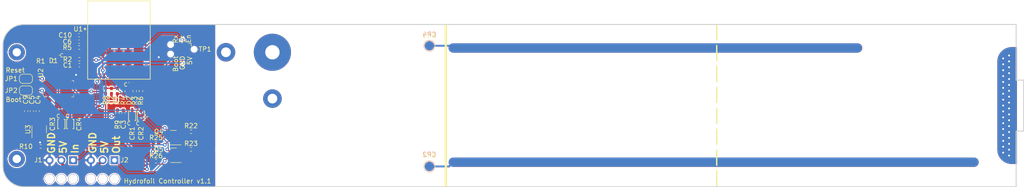
<source format=kicad_pcb>
(kicad_pcb (version 20221018) (generator pcbnew)
  (title_block (title "Hydrofoil Control") (rev "v1.1") (company "Tamás Nagy") (comment 1 "ADC removed, capacitance measurement added"))
  (layers (0 "F.Cu" signal) (31 "B.Cu" signal) (34 "B.Paste" user) (35 "F.Paste" user) (36 "B.SilkS" user "B.Silkscreen") (37 "F.SilkS" user "F.Silkscreen") (38 "B.Mask" user) (39 "F.Mask" user) (44 "Edge.Cuts" user))
  (net 0 "")
  (net 1 "AIN0")
  (net 2 "+5V")
  (net 3 "GND")
  (net 4 "AIN1")
  (net 5 "/+5V-Logic")
  (net 6 "+3.3V")
  (net 7 "Input-Reset")
  (net 8 "GNDA")
  (net 9 "+5V-Prog")
  (net 10 "Input-Boot")
  (net 11 "ESP-Boot")
  (net 12 "Net-(D1-A)")
  (net 13 "User-LED")
  (net 14 "Net-(D2-A)")
  (net 15 "Ready-LV")
  (net 16 "SDA-LV")
  (net 17 "SCL-LV")
  (net 18 "PWM-In-LV")
  (net 19 "PWM-In-HV")
  (net 20 "PWM-Out-LV")
  (net 21 "PWM-Out-HV")
  (net 22 "/+5V-Raw")
  (net 23 "Net-(JP1-A)")
  (net 24 "Net-(JP2-A)")
  (net 25 "ESP-Rx")
  (net 26 "ESP-Tx")
  (net 27 "ESP-En")
  (net 28 "Net-(C3-Pad1)")
  (net 29 "Net-(U1-IO2)")
  (net 30 "Net-(U3-ON)")
  (footprint "LED_SMD:LED_0402_1005Metric_Pad0.77x0.64mm_HandSolder" (layer "F.Cu") (at 65.973709 85.486279 -90)
    (fp_text reference "D2")
    (fp_text value "Red")
  )
  (footprint "Capacitor_SMD:C_0402_1005Metric_Pad0.74x0.62mm_HandSolder" (layer "F.Cu") (at 45.085 90.369127 90)
    (fp_text reference "C5")
    (fp_text value "10u")
  )
  (footprint "CUS08F30:USC_TOS" (layer "F.Cu") (at 51.435 93.159127 -90)
    (fp_text reference "CR3")
    (fp_text value "CUS08F30_H3F")
  )
  (footprint "Resistor_SMD:R_0402_1005Metric_Pad0.72x0.64mm_HandSolder" (layer "F.Cu") (at 79.3375 98.624127 180)
    (fp_text reference "R23")
    (fp_text value "10k")
  )
  (footprint "Package_TO_SOT_SMD:SOT-23" (layer "F.Cu") (at 75.535 96.084127 180)
    (fp_text reference "Q4")
    (fp_text value "BSS138")
  )
  (footprint "Resistor_SMD:R_0402_1005Metric_Pad0.72x0.64mm_HandSolder" (layer "F.Cu") (at 63.483408 86.031482 90)
    (fp_text reference "R7")
    (fp_text value "10k")
  )
  (footprint "Capacitor_SMD:C_0402_1005Metric_Pad0.74x0.62mm_HandSolder" (layer "F.Cu") (at 62.213408 86.031482 -90)
    (fp_text reference "C2")
    (fp_text value "1u")
  )
  (footprint "ESP32-C3-MINI-1-N4:ESP32-C3-MINI-1_EXP" (layer "F.Cu") (at 63.829999 75.034027)
    (fp_text reference "U1")
    (fp_text value "ESP32-C3-MINI-1-N4")
  )
  (footprint "Custom_Footprints:Solder_Connector" (layer "F.Cu") (at 60.325 100.965 180)
    (fp_text reference "J2" hide)
    (fp_text value "Conn_01x03_Pin" hide)
  )
  (footprint "Resistor_SMD:R_0402_1005Metric_Pad0.72x0.64mm_HandSolder" (layer "F.Cu") (at 71.7925 97.354127)
    (fp_text reference "R25")
    (fp_text value "10k")
  )
  (footprint "Resistor_SMD:R_0402_1005Metric_Pad0.72x0.64mm_HandSolder" (layer "F.Cu") (at 64.753408 86.068982 90)
    (fp_text reference "R4")
    (fp_text value "1k")
  )
  (footprint "Connector:Tag-Connect_TC2030-IDC-NL_2x03_P1.27mm_Vertical" (layer "F.Cu") (at 77.47 77.034127 180)
    (fp_text reference "TP1")
    (fp_text value "~")
  )
  (footprint "Resistor_SMD:R_0402_1005Metric_Pad0.72x0.64mm_HandSolder" (layer "F.Cu") (at 63.5 90.739127 -90)
    (fp_text reference "R9")
    (fp_text value "1k")
  )
  (footprint "Capacitor_SMD:C_0402_1005Metric_Pad0.74x0.62mm_HandSolder" (layer "F.Cu") (at 55.245 75.379127 180)
    (fp_text reference "C6")
    (fp_text value "10u")
  )
  (footprint "Capacitor_SMD:C_0402_1005Metric_Pad0.74x0.62mm_HandSolder" (layer "F.Cu") (at 46.355 90.369127 90)
    (fp_text reference "C4")
    (fp_text value "10u")
  )
  (footprint "Capacitor_SMD:C_0402_1005Metric_Pad0.74x0.62mm_HandSolder" (layer "F.Cu") (at 64.77 90.739127 -90)
    (fp_text reference "C3")
    (fp_text value "1u")
  )
  (footprint "Capacitor_SMD:C_0402_1005Metric_Pad0.74x0.62mm_HandSolder" (layer "F.Cu") (at 55.243749 73.986301 180)
    (fp_text reference "C10")
    (fp_text value "10u")
  )
  (footprint "Resistor_SMD:R_0402_1005Metric_Pad0.72x0.64mm_HandSolder" (layer "F.Cu") (at 67.212613 86.044692 90)
    (fp_text reference "R3")
    (fp_text value "10k")
  )
  (footprint "Package_TO_SOT_SMD:SOT-23" (layer "F.Cu") (at 75.565 99.894127 180)
    (fp_text reference "Q5")
    (fp_text value "BSS138")
  )
  (footprint "Resistor_SMD:R_0402_1005Metric_Pad0.72x0.64mm_HandSolder" (layer "F.Cu") (at 49.77 79.574127 180)
    (fp_text reference "R1")
    (fp_text value "1k")
  )
  (footprint "TestPoint:TestPoint_Pad_D2.0mm" (layer "F.Cu") (at 130.617262 76.260138 180)
    (fp_text reference "CP3")
    (fp_text value "Short Probe")
  )
  (footprint "digikey-footprints:SOT-223" (layer "F.Cu") (at 50.8 85.539127)
    (fp_text reference "U2")
    (fp_text value "LD1117S33CTR")
  )
  (footprint "Package_TO_SOT_SMD:SOT-23-6" (layer "F.Cu") (at 46.67 94.311627 90)
    (fp_text reference "U3")
    (fp_text value "TPS22917DBV")
  )
  (footprint "Jumper:SolderJumper-2_P1.3mm_Open_RoundedPad1.0x1.5mm" (layer "F.Cu") (at 43.815 83.384127 180)
    (fp_text reference "JP1")
    (fp_text value "Reset Settings")
  )
  (footprint "CUS08F30:USC_TOS" (layer "F.Cu") (at 53.34 93.159127 -90)
    (fp_text reference "CR4")
    (fp_text value "CUS08F30_H3F")
  )
  (footprint "Resistor_SMD:R_0402_1005Metric_Pad0.72x0.64mm_HandSolder" (layer "F.Cu") (at 60.943408 86.031482 -90)
    (fp_text reference "R8")
    (fp_text value "1k")
  )
  (footprint "Resistor_SMD:R_0402_1005Metric_Pad0.72x0.64mm_HandSolder" (layer "F.Cu") (at 79.3375 94.814127 180)
    (fp_text reference "R22")
    (fp_text value "10k")
  )
  (footprint "CUS08F30:USC_TOS" (layer "F.Cu") (at 68.58 91.374127 90)
    (fp_text reference "CR2")
    (fp_text value "CUS08F30_H3F")
  )
  (footprint "CUS08F30:USC_TOS" (layer "F.Cu") (at 66.675 91.374127 90)
    (fp_text reference "CR1")
    (fp_text value "CUS08F30_H3F")
  )
  (footprint "Resistor_SMD:R_0402_1005Metric_Pad0.72x0.64mm_HandSolder" (layer "F.Cu") (at 55.3125 79.189127)
    (fp_text reference "R2")
    (fp_text value "10k")
  )
  (footprint "Jumper:SolderJumper-2_P1.3mm_Open_RoundedPad1.0x1.5mm" (layer "F.Cu") (at 43.815 85.924127 180)
    (fp_text reference "JP2")
    (fp_text value "Boot")
  )
  (footprint "Resistor_SMD:R_0402_1005Metric_Pad0.72x0.64mm_HandSolder" (layer "F.Cu") (at 68.563408 86.031482 90)
    (fp_text reference "R6")
    (fp_text value "10k")
  )
  (footprint "Resistor_SMD:R_0402_1005Metric_Pad0.72x0.64mm_HandSolder" (layer "F.Cu") (at 46.99 97.989127 180)
    (fp_text reference "R10")
    (fp_text value "10k")
  )
  (footprint "Resistor_SMD:R_0402_1005Metric_Pad0.72x0.64mm_HandSolder" (layer "F.Cu") (at 55.2825 76.649127)
    (fp_text reference "R5")
    (fp_text value "10k")
  )
  (footprint "Resistor_SMD:R_0402_1005Metric_Pad0.72x0.64mm_HandSolder" (layer "F.Cu") (at 71.7925 101.164127)
    (fp_text reference "R26")
    (fp_text value "10k")
  )
  (footprint "TestPoint:TestPoint_Pad_D2.0mm" (layer "F.Cu") (at 130.617262 102.295138 180)
    (fp_text reference "CP1")
    (fp_text value "Long Probe")
  )
  (footprint "Capacitor_SMD:C_0402_1005Metric_Pad0.74x0.62mm_HandSolder" (layer "F.Cu") (at 43.865563 90.36792 90)
    (fp_text reference "C9")
    (fp_text value "10u")
  )
  (footprint "LED_SMD:LED_0402_1005Metric_Pad0.77x0.64mm_HandSolder" (layer "F.Cu") (at 49.7325 78.304127 180)
    (fp_text reference "D1")
    (fp_text value "Yellow")
  )
  (footprint "Custom_Footprints:Solder_Connector" (layer "F.Cu") (at 51.435 100.965 180)
    (fp_text reference "J1" hide)
    (fp_text value "Conn_01x03_Pin" hide)
  )
  (footprint "Capacitor_SMD:C_0402_1005Metric_Pad0.74x0.62mm_HandSolder" (layer "F.Cu") (at 55.3125 80.459127 180)
    (fp_text reference "C1")
    (fp_text value "1u")
  )
  (footprint "TestPoint:TestPoint_Pad_D2.0mm" (layer "B.Cu") (at 130.617262 76.260138)
    (fp_text reference "CP4")
    (fp_text value "Short Probe")
  )
  (footprint "TestPoint:TestPoint_Pad_D2.0mm" (layer "B.Cu") (at 130.617262 102.295138)
    (fp_text reference "CP2")
    (fp_text value "Long Probe")
  )
  (gr_poly (pts (arc (start 255.89936 76.667007) (mid 253.77804 77.545687) (end 252.89936 79.667007)) (arc (start 252.89936 98.667007) (mid 253.77804 100.788327) (end 255.89936 101.667007)) (xy 256.89936 101.667007) (xy 256.89936 76.667007)) (stroke (width 0.2)) (fill solid) (layer "F.Cu"))
  (gr_poly (pts (arc (start 255.89936 76.667007) (mid 253.77804 77.545687) (end 252.89936 79.667007)) (arc (start 252.89936 98.667007) (mid 253.77804 100.788327) (end 255.89936 101.667007)) (xy 256.89936 101.667007) (xy 256.89936 76.667007)) (stroke (width 0.2)) (fill solid) (layer "B.Cu"))
  (gr_line (start 192.423942 106.52895) (end 192.432715 71.790516) (stroke (width 0.3) (type dash)) (layer "F.SilkS"))
  (gr_line (start 134.149407 71.830892) (end 134.148989 106.497336) (stroke (width 0.5)) (layer "F.SilkS"))
  (gr_line (start 256.847349 71.68) (end 256.847349 83.68) (stroke (width 0.2)) (layer "Edge.Cuts"))
  (gr_line (start 38.847349 76.18) (end 38.847349 102.18) (stroke (width 0.2)) (layer "Edge.Cuts"))
  (gr_arc (start 43.347349 106.68) (mid 40.165346 105.361996) (end 38.847349 102.18) (stroke (width 0.2)) (layer "Edge.Cuts"))
  (gr_line (start 258.447349 94.68) (end 256.847349 94.68) (stroke (width 0.2)) (layer "Edge.Cuts"))
  (gr_arc (start 38.847349 76.18) (mid 40.165353 72.998003) (end 43.347349 71.68) (stroke (width 0.2)) (layer "Edge.Cuts"))
  (gr_line (start 258.447349 83.68) (end 258.447349 94.68) (stroke (width 0.2)) (layer "Edge.Cuts"))
  (gr_line (start 43.347349 106.68) (end 256.847349 106.68) (stroke (width 0.2)) (layer "Edge.Cuts"))
  (gr_line (start 256.847349 83.68) (end 258.447349 83.68) (stroke (width 0.2)) (layer "Edge.Cuts"))
  (gr_line (start 256.847349 71.68) (end 43.347349 71.68) (stroke (width 0.2)) (layer "Edge.Cuts"))
  (gr_line (start 256.847349 94.68) (end 256.847349 106.68) (stroke (width 0.2)) (layer "Edge.Cuts"))
  (gr_text "Out" (at 64.135 99.695 90) (layer "F.SilkS") (effects (font (size 1.5 1.5) (thickness 0.3) bold) (justify left bottom)))
  (gr_text "In" (at 55.245 99.695 90) (layer "F.SilkS") (effects (font (size 1.5 1.5) (thickness 0.3) bold) (justify left bottom)))
  (gr_text "Reset" (at 39.37 82.114127) (layer "F.SilkS") (effects (font (size 1 1)) (justify left bottom)))
  (gr_text "5V" (at 52.705 99.695 90) (layer "F.SilkS") (effects (font (size 1.5 1.5) (thickness 0.3) bold) (justify left bottom)))
  (gr_text "5V" (at 79.640585 80.488997 90) (layer "F.SilkS") (effects (font (size 1 1)) (justify left bottom)))
  (gr_text "C" (at 50.301648 91.917203) (layer "F.SilkS") (effects (font (size 0.8 0.8) (thickness 0.12)) (justify left bottom)))
  (gr_text "GND" (at 78.060578 81.583805 90) (layer "F.SilkS") (effects (font (size 1 1)) (justify left bottom)))
  (gr_text "Tx" (at 77.96105 75.724093 90) (layer "F.SilkS") (effects (font (size 1 1)) (justify left bottom)))
  (gr_text "Hydrofoil Controller v1.1" (at 64.77 106.045) (layer "F.SilkS") (effects (font (size 1 1)) (justify left bottom)))
  (gr_text "C" (at 64.794256 85.119188) (layer "F.SilkS") (effects (font (size 0.8 0.8) (thickness 0.12)) (justify left bottom)))
  (gr_text "5V" (at 61.595 99.695 90) (layer "F.SilkS") (effects (font (size 1.5 1.5) (thickness 0.3) bold) (justify left bottom)))
  (gr_text "J2" (at 64.051414 101.50175) (layer "F.SilkS") (effects (font (size 1 1)) (justify left bottom)))
  (gr_text "Boot" (at 76.60498 81.969476 90) (layer "F.SilkS") (effects (font (size 1 1)) (justify left bottom)))
  (gr_text "GND" (at 50.165 99.695 90) (layer "F.SilkS") (effects (font (size 1.5 1.5) (thickness 0.3) bold) (justify left bottom)))
  (gr_text "Boot" (at 39.37 88.464127) (layer "F.SilkS") (effects (font (size 1 1)) (justify left bottom)))
  (gr_text "Rx" (at 76.580098 75.823621 90) (layer "F.SilkS") (effects (font (size 1 1)) (justify left bottom)))
  (gr_text "En" (at 79.375 75.764127 90) (layer "F.SilkS") (effects (font (size 1 1)) (justify left bottom)))
  (gr_text "C" (at 52.229329 91.925103) (layer "F.SilkS") (effects (font (size 0.8 0.8) (thickness 0.12)) (justify left bottom)))
  (gr_text "C" (at 65.474233 93.506815) (layer "F.SilkS") (effects (font (size 0.8 0.8) (thickness 0.12)) (justify left bottom)))
  (gr_text "J1" (at 45.518299 101.492445) (layer "F.SilkS") (effects (font (size 1 1)) (justify left bottom)))
  (gr_text "C" (at 67.380846 93.517349) (layer "F.SilkS") (effects (font (size 0.8 0.8) (thickness 0.12)) (justify left bottom)))
  (gr_text "GND" (at 59.055 99.695 90) (layer "F.SilkS") (effects (font (size 1.5 1.5) (thickness 0.3) bold) (justify left bottom)))
  (gr_text "C" (at 51.045705 78.841826) (layer "F.SilkS") (effects (font (size 0.8 0.8) (thickness 0.12)) (justify left bottom)))
  (via (at 255.318605 98.686961) (size 0.8) (drill 0.4) (layers "F.Cu" "B.Cu") (net 0))
  (via (at 53.975 104.974127) (size 2.1) (drill 2) (layers "F.Cu" "B.Cu") (net 0))
  (via (at 254.048605 98.051961) (size 0.8) (drill 0.4) (layers "F.Cu" "B.Cu") (net 0))
  (via (at 255.318605 85.986961) (size 0.8) (drill 0.4) (layers "F.Cu" "B.Cu") (net 0))
  (via (at 255.318605 88.526961) (size 0.8) (drill 0.4) (layers "F.Cu" "B.Cu") (net 0))
  (via (at 255.318605 79.636961) (size 0.8) (drill 0.4) (layers "F.Cu" "B.Cu") (net 0))
  (via (at 254.048605 92.971961) (size 0.8) (drill 0.4) (layers "F.Cu" "B.Cu") (net 0))
  (via (at 255.318605 93.606961) (size 0.8) (drill 0.4) (layers "F.Cu" "B.Cu") (net 0))
  (via (at 255.318605 94.876961) (size 0.8) (drill 0.4) (layers "F.Cu" "B.Cu") (net 0))
  (via (at 255.318605 87.256961) (size 0.8) (drill 0.4) (layers "F.Cu" "B.Cu") (net 0))
  (via (at 57.785 104.974127) (size 2.1) (drill 2) (layers "F.Cu" "B.Cu") (net 0))
  (via (at 254.048605 81.541961) (size 0.8) (drill 0.4) (layers "F.Cu" "B.Cu") (net 0))
  (via (at 60.325 104.974127) (size 2.1) (drill 2) (layers "F.Cu" "B.Cu") (net 0))
  (via (at 255.318605 78.366961) (size 0.8) (drill 0.4) (layers "F.Cu" "B.Cu") (net 0))
  (via (at 255.318605 80.906961) (size 0.8) (drill 0.4) (layers "F.Cu" "B.Cu") (net 0))
  (via (at 51.435 104.974127) (size 2.1) (drill 2) (layers "F.Cu" "B.Cu") (net 0))
  (via (at 254.048605 90.431961) (size 0.8) (drill 0.4) (layers "F.Cu" "B.Cu") (net 0))
  (via (at 254.048605 82.811961) (size 0.8) (drill 0.4) (layers "F.Cu" "B.Cu") (net 0))
  (via (at 254.048605 96.781961) (size 0.8) (drill 0.4) (layers "F.Cu" "B.Cu") (net 0))
  (via (at 86.846262 77.673571) (size 4) (drill 2.1) (layers "F.Cu" "B.Cu") (net 0))
  (via (at 96.847318 87.670445) (size 4) (drill 2.1) (layers "F.Cu" "B.Cu") (net 0))
  (via (at 255.318605 82.176961) (size 0.8) (drill 0.4) (layers "F.Cu" "B.Cu") (net 0))
  (via (at 254.048605 87.891961) (size 0.8) (drill 0.4) (layers "F.Cu" "B.Cu") (net 0))
  (via (at 254.048605 84.081961) (size 0.8) (drill 0.4) (layers "F.Cu" "B.Cu") (net 0))
  (via (at 255.318605 84.716961) (size 0.8) (drill 0.4) (layers "F.Cu" "B.Cu") (net 0))
  (via (at 254.048605 85.351961) (size 0.8) (drill 0.4) (layers "F.Cu" "B.Cu") (net 0))
  (via (at 254.048605 94.241961) (size 0.8) (drill 0.4) (layers "F.Cu" "B.Cu") (net 0))
  (via (at 255.318605 92.336961) (size 0.8) (drill 0.4) (layers "F.Cu" "B.Cu") (net 0))
  (via (at 255.318605 97.416961) (size 0.8) (drill 0.4) (layers "F.Cu" "B.Cu") (net 0))
  (via (at 48.895 104.974127) (size 2.1) (drill 2) (layers "F.Cu" "B.Cu") (net 0))
  (via (at 255.318605 89.796961) (size 0.8) (drill 0.4) (layers "F.Cu" "B.Cu") (net 0))
  (via (at 41.849366 77.68089) (size 3.5) (drill 1.8) (layers "F.Cu" "B.Cu") (net 0))
  (via (at 255.318605 91.066961) (size 0.8) (drill 0.4) (layers "F.Cu" "B.Cu") (net 0))
  (via (at 254.048605 89.161961) (size 0.8) (drill 0.4) (layers "F.Cu" "B.Cu") (net 0))
  (via (at 96.841761 77.674377) (size 8) (drill 3.1) (layers "F.Cu" "B.Cu") (net 0))
  (via (at 254.048605 95.511961) (size 0.8) (drill 0.4) (layers "F.Cu" "B.Cu") (net 0))
  (via (at 41.847349 100.675701) (size 3.5) (drill 1.8) (layers "F.Cu" "B.Cu") (net 0))
  (via (at 254.048605 79.001961) (size 0.8) (drill 0.4) (layers "F.Cu" "B.Cu") (net 0))
  (via (at 62.865 104.974127) (size 2.1) (drill 2) (layers "F.Cu" "B.Cu") (net 0))
  (via (at 255.318605 99.956961) (size 0.8) (drill 0.4) (layers "F.Cu" "B.Cu") (net 0))
  (via (at 254.048605 86.621961) (size 0.8) (drill 0.4) (layers "F.Cu" "B.Cu") (net 0))
  (via (at 255.318605 96.146961) (size 0.8) (drill 0.4) (layers "F.Cu" "B.Cu") (net 0))
  (via (at 254.048605 99.321961) (size 0.8) (drill 0.4) (layers "F.Cu" "B.Cu") (net 0))
  (via (at 254.048605 91.701961) (size 0.8) (drill 0.4) (layers "F.Cu" "B.Cu") (net 0))
  (via (at 254.048605 80.271961) (size 0.8) (drill 0.4) (layers "F.Cu" "B.Cu") (net 0))
  (via (at 255.318605 83.446961) (size 0.8) (drill 0.4) (layers "F.Cu" "B.Cu") (net 0))
  (segment (start 130.617262 102.295138) (end 134.85506 102.295138) (width 0.3) (layer "F.Cu") (net 1))
  (segment (start 134.85506 102.295138) (end 135.765598 101.3846) (width 0.3) (layer "F.Cu") (net 1))
  (segment (start 135.765598 101.3846) (end 247.785627 101.3846) (width 2) (layer "F.Cu") (net 1))
  (segment (start 51.435 94.309127) (end 51.435 94.639327) (width 0.4) (layer "F.Cu") (net 2))
  (segment (start 71.12 99.06) (end 71.12 101.089127) (width 0.4) (layer "F.Cu") (net 2))
  (segment (start 45.083793 90.93542) (end 45.085 90.936627) (width 0.4) (layer "F.Cu") (net 2))
  (segment (start 71.12 97.429127) (end 71.12 99.06) (width 0.4) (layer "F.Cu") (net 2))
  (segment (start 71.12 101.089127) (end 71.195 101.164127) (width 0.4) (layer "F.Cu") (net 2))
  (segment (start 69.215 102.87) (end 69.85 102.87) (width 0.4) (layer "F.Cu") (net 2))
  (segment (start 45.72 91.571627) (end 45.085 90.936627) (width 0.4) (layer "F.Cu") (net 2))
  (segment (start 45.72 93.174127) (end 45.72 91.571627) (width 0.4) (layer "F.Cu") (net 2))
  (segment (start 45.72 93.174127) (end 45.72 93.664444) (width 0.4) (layer "F.Cu") (net 2))
  (segment (start 45.72 93.664444) (end 46.364683 94.309127) (width 0.4) (layer "F.Cu") (net 2))
  (segment (start 55.220673 98.425) (end 64.77 98.425) (width 0.4) (layer "F.Cu") (net 2))
  (segment (start 43.865563 90.93542) (end 45.083793 90.93542) (width 0.4) (layer "F.Cu") (net 2))
  (segment (start 46.364683 94.309127) (end 51.435 94.309127) (width 0.4) (layer "F.Cu") (net 2))
  (segment (start 51.435 94.639327) (end 55.220673 98.425) (width 0.4) (layer "F.Cu") (net 2))
  (segment (start 71.195 97.354127) (end 71.12 97.429127) (width 0.4) (layer "F.Cu") (net 2))
  (segment (start 64.77 98.425) (end 69.215 102.87) (width 0.4) (layer "F.Cu") (net 2))
  (via (at 69.85 102.87) (size 0.8) (drill 0.4) (layers "F.Cu" "B.Cu") (net 2))
  (via (at 71.12 99.06) (size 0.8) (drill 0.4) (layers "F.Cu" "B.Cu") (net 2))
  (segment (start 69.85 102.87) (end 69.85 100.33) (width 0.4) (layer "B.Cu") (net 2))
  (segment (start 69.85 100.33) (end 71.12 99.06) (width 0.4) (layer "B.Cu") (net 2))
  (via (at 46.863358 97.120525) (size 0.8) (drill 0.4) (layers "F.Cu" "B.Cu") (net 3))
  (via (at 72.39 78.74) (size 0.8) (drill 0.4) (layers "F.Cu" "B.Cu") (net 3))
  (via (at 54.61 82.55) (size 0.8) (drill 0.4) (layers "F.Cu" "B.Cu") (net 3))
  (segment (start 135.262976 76.260138) (end 135.745028 76.74219) (width 0.3) (layer "F.Cu") (net 4))
  (segment (start 135.745028 76.74219) (end 222.731736 76.74219) (width 2) (layer "F.Cu") (net 4))
  (segment (start 130.617262 76.260138) (end 135.262976 76.260138) (width 0.3) (layer "F.Cu") (net 4))
  (segment (start 135.744155 76.743063) (end 135.745028 76.74219) (width 0.25) (layer "F.Cu") (net 4))
  (segment (start 53.34 92.009127) (end 53.34 88.929127) (width 0.4) (layer "F.Cu") (net 5))
  (segment (start 47.4275 92.009127) (end 46.355 90.936627) (width 0.4) (layer "F.Cu") (net 5))
  (segment (start 53.34 88.929127) (end 53.1 88.689127) (width 0.4) (layer "F.Cu") (net 5))
  (segment (start 51.435 92.009127) (end 47.4275 92.009127) (width 0.4) (layer "F.Cu") (net 5))
  (segment (start 53.34 92.009127) (end 51.435 92.009127) (width 0.4) (layer "F.Cu") (net 5))
  (segment (start 67.212613 86.642192) (end 68.550198 86.642192) (width 0.25) (layer "F.Cu") (net 6))
  (segment (start 55.811249 75.377876) (end 55.8125 75.379127) (width 0.25) (layer "F.Cu") (net 6))
  (segment (start 56.776481 88.365607) (end 50.8 82.389127) (width 0.25) (layer "F.Cu") (net 6))
  (segment (start 60.96 92.71) (end 60.96 88.374321) (width 0.25) (layer "F.Cu") (net 6))
  (segment (start 63.483408 86.628982) (end 64.715908 86.628982) (width 0.25) (layer "F.Cu") (net 6))
  (segment (start 63.483408 88.364771) (end 63.482572 88.365607) (width 0.25) (layer "F.Cu") (net 6))
  (segment (start 79.935 98.624127) (end 79.935 94.814127) (width 0.25) (layer "F.Cu") (net 6))
  (segment (start 68.550198 86.642192) (end 68.563408 86.628982) (width 0.25) (layer "F.Cu") (net 6))
  (segment (start 54 79.189127) (end 54.715 79.189127) (width 0.25) (layer "F.Cu") (net 6))
  (segment (start 66.975823 86.878982) (end 67.212613 86.642192) (width 0.25) (layer "F.Cu") (net 6))
  (segment (start 54.685 76.506627) (end 55.8125 75.379127) (width 0.25) (layer "F.Cu") (net 6))
  (segment (start 50.8 88.689127) (end 50.8 82.389127) (width 0.25) (layer "F.Cu") (net 6))
  (segment (start 64.715908 86.628982) (end 64.753408 86.666482) (width 0.25) (layer "F.Cu") (net 6))
  (segment (start 50.8 82.389127) (end 54 79.189127) (width 0.25) (layer "F.Cu") (net 6))
  (segment (start 55.811249 73.986301) (end 55.811249 75.377876) (width 0.25) (layer "F.Cu") (net 6))
  (segment (start 54.685 76.649127) (end 54.685 76.506627) (width 0.25) (layer "F.Cu") (net 6))
  (segment (start 55.8125 75.379127) (end 57.890001 75.379127) (width 0.25) (layer "F.Cu") (net 6))
  (segment (start 54.715 79.189127) (end 54.715 76.679127) (width 0.25) (layer "F.Cu") (net 6))
  (segment (start 57.890001 75.379127) (end 57.930001 75.339127) (width 0.25) (layer "F.Cu") (net 6))
  (segment (start 76.5025 100.844127) (end 75.5375 101.809127) (width 0.25) (layer "F.Cu") (net 6))
  (segment (start 75.5375 101.809127) (end 70.059127 101.809127) (width 0.25) (layer "F.Cu") (net 6))
  (segment (start 63.482572 88.365607) (end 56.776481 88.365607) (width 0.25) (layer "F.Cu") (net 6))
  (segment (start 50.8 82.389127) (end 50.8 80.006627) (width 0.25) (layer "F.Cu") (net 6))
  (segment (start 64.753408 86.666482) (end 64.965908 86.878982) (width 0.25) (layer "F.Cu") (net 6))
  (segment (start 50.8 80.006627) (end 50.3675 79.574127) (width 0.25) (layer "F.Cu") (net 6))
  (segment (start 76.4725 97.034127) (end 77.715 97.034127) (width 0.25) (layer "F.Cu") (net 6))
  (segment (start 54.715 76.679127) (end 54.685 76.649127) (width 0.25) (layer "F.Cu") (net 6))
  (segment (start 77.715 97.034127) (end 79.935 94.814127) (width 0.25) (layer "F.Cu") (net 6))
  (segment (start 77.715 100.844127) (end 79.935 98.624127) (width 0.25) (layer "F.Cu") (net 6))
  (segment (start 64.965908 86.878982) (end 66.975823 86.878982) (width 0.25) (layer "F.Cu") (net 6))
  (segment (start 70.059127 101.809127) (end 60.96 92.71) (width 0.25) (layer "F.Cu") (net 6))
  (segment (start 76.5025 100.844127) (end 77.715 100.844127) (width 0.25) (layer "F.Cu") (net 6))
  (segment (start 63.483408 86.628982) (end 63.483408 88.364771) (width 0.25) (layer "F.Cu") (net 6))
  (segment (start 63.483408 85.433982) (end 64.63 84.28739) (width 0.25) (layer "F.Cu") (net 7))
  (segment (start 64.63 84.28739) (end 64.63 82.639127) (width 0.25) (layer "F.Cu") (net 7))
  (segment (start 60.943408 85.433982) (end 63.483408 85.433982) (width 0.25) (layer "F.Cu") (net 7))
  (segment (start 130.617262 102.295138) (end 134.853368 102.295138) (width 0.4) (layer "B.Cu") (net 8))
  (segment (start 135.248189 76.260138) (end 135.734341 76.74629) (width 0.4) (layer "B.Cu") (net 8))
  (segment (start 134.853368 102.295138) (end 135.763682 101.384824) (width 0.4) (layer "B.Cu") (net 8))
  (segment (start 135.763682 101.384824) (end 247.783711 101.384824) (width 2) (layer "B.Cu") (net 8))
  (segment (start 130.617262 76.260138) (end 135.248189 76.260138) (width 0.4) (layer "B.Cu") (net 8))
  (segment (start 135.734341 76.74629) (end 222.721049 76.74629) (width 2) (layer "B.Cu") (net 8))
  (segment (start 77.47 78.939127) (end 78.74 77.669127) (width 0.4) (layer "F.Cu") (net 9))
  (segment (start 60.2355 89.263172) (end 59.326828 89.263172) (width 0.4) (layer "F.Cu") (net 9))
  (segment (start 54.280873 94.309127) (end 53.34 94.309127) (width 0.4) (layer "F.Cu") (net 9))
  (segment (start 77.47 80.01) (end 77.47 78.939127) (width 0.4) (layer "F.Cu") (net 9))
  (segment (start 59.326828 89.263172) (end 54.280873 94.309127) (width 0.4) (layer "F.Cu") (net 9))
  (via (at 60.2355 89.263172) (size 0.8) (drill 0.4) (layers "F.Cu" "B.Cu") (net 9))
  (via (at 77.47 80.01) (size 0.8) (drill 0.4) (layers "F.Cu" "B.Cu") (net 9))
  (segment (start 60.2355 89.263172) (end 60.96 88.538672) (width 0.4) (layer "B.Cu") (net 9))
  (segment (start 60.798752 80.01) (end 77.47 80.01) (width 0.4) (layer "B.Cu") (net 9))
  (segment (start 59.548314 81.260438) (end 60.798752 80.01) (width 0.4) (layer "B.Cu") (net 9))
  (segment (start 59.548314 82.390178) (end 59.548314 81.260438) (width 0.4) (layer "B.Cu") (net 9))
  (segment (start 60.96 88.538672) (end 60.96 83.801864) (width 0.4) (layer "B.Cu") (net 9))
  (segment (start 60.96 83.801864) (end 59.548314 82.390178) (width 0.4) (layer "B.Cu") (net 9))
  (segment (start 68.58 90.224127) (end 69.225 89.579127) (width 0.25) (layer "F.Cu") (net 10))
  (segment (start 69.208408 86.078982) (end 68.563408 85.433982) (width 0.25) (layer "F.Cu") (net 10))
  (segment (start 68.563408 85.433982) (end 67.829999 84.700573) (width 0.25) (layer "F.Cu") (net 10))
  (segment (start 69.225 86.095574) (end 69.208408 86.078982) (width 0.25) (layer "F.Cu") (net 10))
  (segment (start 69.225 89.579127) (end 69.225 86.095574) (width 0.25) (layer "F.Cu") (net 10))
  (segment (start 68.58 90.224127) (end 66.675 90.224127) (width 0.25) (layer "F.Cu") (net 10))
  (segment (start 67.829999 84.700573) (end 67.829999 82.639127) (width 0.25) (layer "F.Cu") (net 10))
  (segment (start 70.4375 83.988402) (end 76.2 78.225902) (width 0.25) (layer "F.Cu") (net 11))
  (segment (start 76.2 78.225902) (end 76.2 77.669127) (width 0.25) (layer "F.Cu") (net 11))
  (segment (start 70.4375 90.666627) (end 70.4375 83.988402) (width 0.25) (layer "F.Cu") (net 11))
  (segment (start 68.58 92.524127) (end 70.4375 90.666627) (width 0.25) (layer "F.Cu") (net 11))
  (segment (start 49.1725 78.456627) (end 49.325 78.304127) (width 0.25) (layer "F.Cu") (net 12))
  (segment (start 49.1725 79.574127) (end 49.1725 78.456627) (width 0.25) (layer "F.Cu") (net 12))
  (segment (start 67.229705 85.4301) (end 67.229705 82.838834) (width 0.25) (layer "F.Cu") (net 13))
  (segment (start 66.6792 84.913779) (end 67.212613 85.447192) (width 0.25) (layer "F.Cu") (net 13))
  (segment (start 65.973709 84.913779) (end 66.6792 84.913779) (width 0.25) (layer "F.Cu") (net 13))
  (segment (start 67.212613 85.447192) (end 67.229705 85.4301) (width 0.25) (layer "F.Cu") (net 13))
  (segment (start 67.229705 82.838834) (end 67.029998 82.639127) (width 0.25) (layer "F.Cu") (net 13))
  (segment (start 66.984447 82.684678) (end 67.029998 82.639127) (width 0.25) (layer "F.Cu") (net 13))
  (segment (start 65.191053 85.909127) (end 66.04 85.909127) (width 0.25) (layer "F.Cu") (net 14))
  (segment (start 64.753408 85.471482) (end 65.191053 85.909127) (width 0.25) (layer "F.Cu") (net 14))
  (segment (start 58.689127 77.739127) (end 57.930001 77.739127) (width 0.25) (layer "F.Cu") (net 18))
  (segment (start 76.7925 94.814127) (end 76.4725 95.134127) (width 0.25) (layer "F.Cu") (net 18))
  (segment (start 60.348314 81.591809) (end 60.348314 79.398314) (width 0.25) (layer "F.Cu") (net 18))
  (segment (start 74.814127 95.134127) (end 73.66 93.98) (width 0.25) (layer "F.Cu") (net 18))
  (segment (start 76.4725 95.134127) (end 74.814127 95.134127) (width 0.25) (layer "F.Cu") (net 18))
  (segment (start 60.348314 79.398314) (end 58.689127 77.739127) (width 0.25) (layer "F.Cu") (net 18))
  (segment (start 78.74 94.814127) (end 76.7925 94.814127) (width 0.25) (layer "F.Cu") (net 18))
  (via (at 60.348314 81.591809) (size 0.8) (drill 0.4) (layers "F.Cu" "B.Cu") (net 18))
  (via (at 73.66 93.98) (size 0.8) (drill 0.4) (layers "F.Cu" "B.Cu") (net 18))
  (segment (start 60.348314 82.447716) (end 71.880598 93.98) (width 0.25) (layer "B.Cu") (net 18))
  (segment (start 71.880598 93.98) (end 73.66 93.98) (width 0.25) (layer "B.Cu") (net 18))
  (segment (start 60.348314 81.591809) (end 60.348314 82.447716) (width 0.25) (layer "B.Cu") (net 18))
  (segment (start 74.5975 96.084127) (end 74.5975 96.713806) (width 0.25) (layer "F.Cu") (net 19))
  (segment (start 74.5975 96.713806) (end 73.687551 97.623755) (width 0.25) (layer "F.Cu") (net 19))
  (segment (start 74.5975 96.084127) (end 73.66 96.084127) (width 0.25) (layer "F.Cu") (net 19))
  (segment (start 73.66 96.084127) (end 72.39 97.354127) (width 0.25) (layer "F.Cu") (net 19))
  (via (at 73.687551 97.623755) (size 0.8) (drill 0.4) (layers "F.Cu" "B.Cu") (net 19))
  (segment (start 54.809127 100.965) (end 53.975 100.965) (width 0.25) (layer "B.Cu") (net 19))
  (segment (start 73.687551 97.623755) (end 58.150372 97.623755) (width 0.25) (layer "B.Cu") (net 19))
  (segment (start 58.150372 97.623755) (end 54.809127 100.965) (width 0.25) (layer "B.Cu") (net 19))
  (segment (start 59.160094 83.965431) (end 59.829999 83.295527) (width 0.25) (layer "F.Cu") (net 20))
  (segment (start 76.5025 98.944127) (end 74.541264 98.944127) (width 0.25) (layer "F.Cu") (net 20))
  (segment (start 76.5025 98.944127) (end 78.42 98.944127) (width 0.25) (layer "F.Cu") (net 20))
  (segment (start 59.829999 83.295527) (end 59.829999 82.639127) (width 0.25) (layer "F.Cu") (net 20))
  (segment (start 74.541264 98.944127) (end 74.215998 98.618861) (width 0.25) (layer "F.Cu") (net 20))
  (segment (start 78.42 98.944127) (end 78.74 98.624127) (width 0.25) (layer "F.Cu") (net 20))
  (via (at 74.215998 98.618861) (size 0.8) (drill 0.4) (layers "F.Cu" "B.Cu") (net 20))
  (via (at 59.160094 83.965431) (size 0.8) (drill 0.4) (layers "F.Cu" "B.Cu") (net 20))
  (segment (start 59.052915 84.07261) (end 59.052915 89.28822) (width 0.25) (layer "B.Cu") (net 20))
  (segment (start 59.934695 90.17) (end 67.259101 90.17) (width 0.25) (layer "B.Cu") (net 20))
  (segment (start 74.412551 97.32345) (end 74.412551 98.422308) (width 0.25) (layer "B.Cu") (net 20))
  (segment (start 59.052915 89.28822) (end 59.934695 90.17) (width 0.25) (layer "B.Cu") (net 20))
  (segment (start 59.160094 83.965431) (end 59.052915 84.07261) (width 0.25) (layer "B.Cu") (net 20))
  (segment (start 67.259101 90.17) (end 74.412551 97.32345) (width 0.25) (layer "B.Cu") (net 20))
  (segment (start 74.412551 98.422308) (end 74.215998 98.618861) (width 0.25) (layer "B.Cu") (net 20))
  (segment (start 74.6275 100.117127) (end 73.66 101.084627) (width 0.25) (layer "F.Cu") (net 21))
  (segment (start 74.6275 99.894127) (end 73.66 99.894127) (width 0.25) (layer "F.Cu") (net 21))
  (segment (start 73.66 99.894127) (end 72.39 101.164127) (width 0.25) (layer "F.Cu") (net 21))
  (segment (start 74.6275 99.894127) (end 74.6275 100.117127) (width 0.25) (layer "F.Cu") (net 21))
  (via (at 73.66 101.084627) (size 0.8) (drill 0.4) (layers "F.Cu" "B.Cu") (net 21))
  (segment (start 71.149627 103.595) (end 65.495 103.595) (width 0.25) (layer "B.Cu") (net 21))
  (segment (start 65.495 103.595) (end 62.865 100.965) (width 0.25) (layer "B.Cu") (net 21))
  (segment (start 73.66 101.084627) (end 71.149627 103.595) (width 0.25) (layer "B.Cu") (net 21))
  (segment (start 45.72 97.316627) (end 45.72 95.449127) (width 0.4) (layer "F.Cu") (net 22))
  (segment (start 58.42 102.87) (end 52.705 102.87) (width 0.6) (layer "F.Cu") (net 22))
  (segment (start 52.705 102.87) (end 51.435 101.6) (width 0.6) (layer "F.Cu") (net 22))
  (segment (start 60.325 100.965) (end 58.42 102.87) (width 0.6) (layer "F.Cu") (net 22))
  (segment (start 51.435 101.6) (end 51.435 100.965) (width 0.4) (layer "F.Cu") (net 22))
  (segment (start 46.3925 97.989127) (end 47.1125 98.709127) (width 0.4) (layer "F.Cu") (net 22))
  (segment (start 49.179127 98.709127) (end 51.435 100.965) (width 0.4) (layer "F.Cu") (net 22))
  (segment (start 46.3925 97.989127) (end 45.72 97.316627) (width 0.4) (layer "F.Cu") (net 22))
  (segment (start 47.1125 98.709127) (end 49.179127 98.709127) (width 0.4) (layer "F.Cu") (net 22))
  (segment (start 60.451053 86.136627) (end 60.943408 86.628982) (width 0.25) (layer "F.Cu") (net 23))
  (segment (start 57.890443 86.136627) (end 60.451053 86.136627) (width 0.25) (layer "F.Cu") (net 23))
  (segment (start 44.482674 83.366453) (end 44.465 83.384127) (width 0.25) (layer "F.Cu") (net 23))
  (segment (start 47.290474 83.366453) (end 44.482674 83.366453) (width 0.25) (layer "F.Cu") (net 23))
  (segment (start 57.864858 86.111042) (end 57.890443 86.136627) (width 0.25) (layer "F.Cu") (net 23))
  (via (at 47.290474 83.366453) (size 0.8) (drill 0.4) (layers "F.Cu" "B.Cu") (net 23))
  (via (at 57.864858 86.111042) (size 0.8) (drill 0.4) (layers "F.Cu" "B.Cu") (net 23))
  (segment (start 50.035063 86.111042) (end 47.290474 83.366453) (width 0.25) (layer "B.Cu") (net 23))
  (segment (start 57.864858 86.111042) (end 50.035063 86.111042) (width 0.25) (layer "B.Cu") (net 23))
  (segment (start 47.273626 85.931424) (end 44.472297 85.931424) (width 0.25) (layer "F.Cu") (net 24))
  (segment (start 62.333373 91.336627) (end 62.23 91.44) (width 0.25) (layer "F.Cu") (net 24))
  (segment (start 44.472297 85.931424) (end 44.465 85.924127) (width 0.25) (layer "F.Cu") (net 24))
  (segment (start 63.5 91.336627) (end 62.333373 91.336627) (width 0.25) (layer "F.Cu") (net 24))
  (via (at 47.273626 85.931424) (size 0.8) (drill 0.4) (layers "F.Cu" "B.Cu") (net 24))
  (via (at 62.23 91.44) (size 0.8) (drill 0.4) (layers "F.Cu" "B.Cu") (net 24))
  (segment (start 62.23 91.44) (end 52.782202 91.44) (width 0.25) (layer "B.Cu") (net 24))
  (segment (start 52.782202 91.44) (end 47.273626 85.931424) (width 0.25) (layer "B.Cu") (net 24))
  (segment (start 75.072663 74.93) (end 76.2 76.057337) (width 0.25) (layer "F.Cu") (net 25))
  (segment (start 73.285665 74.93) (end 75.072663 74.93) (width 0.25) (layer "F.Cu") (net 25))
  (segment (start 70.476538 77.739127) (end 73.285665 74.93) (width 0.25) (layer "F.Cu") (net 25))
  (segment (start 69.729997 77.739127) (end 70.476538 77.739127) (width 0.25) (layer "F.Cu") (net 25))
  (segment (start 76.2 76.057337) (end 76.2 76.399127) (width 0.25) (layer "F.Cu") (net 25))
  (segment (start 70.380874 76.939126) (end 69.729997 76.939126) (width 0.25) (layer "F.Cu") (net 26))
  (segment (start 72.957476 74.362524) (end 70.380874 76.939126) (width 0.25) (layer "F.Cu") (net 26))
  (segment (start 77.47 76.399127) (end 75.433397 74.362524) (width 0.25) (layer "F.Cu") (net 26))
  (segment (start 75.433397 74.362524) (end 72.957476 74.362524) (width 0.25) (layer "F.Cu") (net 26))
  (segment (start 77.47 75.129127) (end 78.74 76.399127) (width 0.25) (layer "F.Cu") (net 27))
  (segment (start 55.88 79.219127) (end 55.91 79.189127) (width 0.25) (layer "F.Cu") (net 27))
  (segment (start 57.206037 79.189127) (end 57.343808 79.326898) (width 0.25) (layer "F.Cu") (net 27))
  (segment (start 57.917773 79.326898) (end 57.930001 79.339126) (width 0.25) (layer "F.Cu") (net 27))
  (segment (start 55.91 79.189127) (end 57.206037 79.189127) (width 0.25) (layer "F.Cu") (net 27))
  (segment (start 77.47 74.93) (end 77.47 75.129127) (width 0.25) (layer "F.Cu") (net 27))
  (segment (start 57.343808 79.326898) (end 57.917773 79.326898) (width 0.25) (layer "F.Cu") (net 27))
  (segment (start 58.924347 79.353705) (end 58.909768 79.339126) (width 0.25) (layer "F.Cu") (net 27))
  (segment (start 58.909768 79.339126) (end 57.930001 79.339126) (width 0.25) (layer "F.Cu") (net 27))
  (segment (start 55.88 80.459127) (end 55.88 79.219127) (width 0.25) (layer "F.Cu") (net 27))
  (via (at 77.47 74.93) (size 0.8) (drill 0.4) (layers "F.Cu" "B.Cu") (net 27))
  (via (at 58.924347 79.353705) (size 0.8) (drill 0.4) (layers "F.Cu" "B.Cu") (net 27))
  (segment (start 58.924347 79.353705) (end 59.592198 79.353705) (width 0.25) (layer "B.Cu") (net 27))
  (segment (start 76.2 73.66) (end 77.47 74.93) (width 0.25) (layer "B.Cu") (net 27))
  (segment (start 68.870173 77.179827) (end 72.39 73.66) (width 0.25) (layer "B.Cu") (net 27))
  (segment (start 61.766076 77.179827) (end 68.870173 77.179827) (width 0.25) (layer "B.Cu") (net 27))
  (segment (start 59.592198 79.353705) (end 61.766076 77.179827) (width 0.25) (layer "B.Cu") (net 27))
  (segment (start 72.39 73.66) (end 76.2 73.66) (width 0.25) (layer "B.Cu") (net 27))
  (segment (start 64.77 90.171627) (end 63.53 90.171627) (width 0.25) (layer "F.Cu") (net 28))
  (segment (start 63.53 90.171627) (end 63.5 90.141627) (width 0.25) (layer "F.Cu") (net 28))
  (segment (start 66.675 92.076627) (end 64.77 90.171627) (width 0.25) (layer "F.Cu") (net 28))
  (segment (start 66.675 92.524127) (end 66.675 92.076627) (width 0.25) (layer "F.Cu") (net 28))
  (segment (start 55.88 76.649127) (end 56.169999 76.939126) (width 0.25) (layer "F.Cu") (net 29))
  (segment (start 56.169999 76.939126) (end 57.930001 76.939126) (width 0.25) (layer "F.Cu") (net 29))
  (segment (start 47.62 95.449127) (end 47.5875 95.481627) (width 0.25) (layer "F.Cu") (net 30))
  (segment (start 47.5875 95.481627) (end 47.5875 97.989127) (width 0.25) (layer "F.Cu") (net 30))
  (zone (net 3) (net_name "GND") (layer "F.Cu") (priority 2) (connect_pads (clearance 0.25)) (min_thickness 0.25) (fill yes (thermal_gap 0.5) (thermal_bridge_width 0.5))
    (polygon (pts (xy 84.51562 106.624634) (xy 84.51562 71.644634) (xy 43.29562 71.644634) (xy 43.087677 71.646905) (xy 42.673564 71.685273) (xy 42.264758 71.761688) (xy 41.864747 71.875497) (xy 41.476943 72.02573) (xy 41.104656 72.211105) (xy 40.751062 72.430039) (xy 40.419177 72.680666) (xy 40.111833 72.960847) (xy 39.831652 73.268191) (xy 39.581025 73.600076) (xy 39.362091 73.95367) (xy 39.176716 74.325957) (xy 39.026483 74.713761) (xy 38.912674 75.113772) (xy 38.836259 75.522578) (xy 38.797891 75.936691) (xy 38.79562 76.144634) (xy 38.79562 102.144634) (xy 38.797891 102.352577) (xy 38.836258 102.76669) (xy 38.912672 103.175497) (xy 39.026481 103.575508) (xy 39.176713 103.963312) (xy 39.362088 104.3356) (xy 39.581022 104.689195) (xy 39.831649 105.02108) (xy 40.11183 105.328424) (xy 40.419174 105.608605) (xy 40.751059 105.859232) (xy 41.104654 106.078166) (xy 41.476942 106.263541) (xy 41.864746 106.413773) (xy 42.264757 106.527582) (xy 42.673564 106.603996) (xy 43.087677 106.642363) (xy 43.29562 106.644634)))
  )
  (zone (net 3) (net_name "GND") (layer "B.Cu") (priority 2) (connect_pads (clearance 0.25)) (min_thickness 0.25) (fill yes (thermal_gap 0.5) (thermal_bridge_width 0.5))
    (polygon (pts (xy 84.525787 106.612414) (xy 84.525787 71.632414) (xy 43.305787 71.632414) (xy 43.097844 71.634685) (xy 42.683731 71.673053) (xy 42.274925 71.749468) (xy 41.874914 71.863277) (xy 41.48711 72.01351) (xy 41.114823 72.198885) (xy 40.761229 72.417819) (xy 40.429344 72.668446) (xy 40.122 72.948627) (xy 39.841819 73.255971) (xy 39.591192 73.587856) (xy 39.372258 73.94145) (xy 39.186883 74.313737) (xy 39.03665 74.701541) (xy 38.922841 75.101552) (xy 38.846426 75.510358) (xy 38.808058 75.924471) (xy 38.805787 76.132414) (xy 38.805787 102.132414) (xy 38.808058 102.340357) (xy 38.846425 102.75447) (xy 38.922839 103.163277) (xy 39.036648 103.563288) (xy 39.18688 103.951092) (xy 39.372255 104.32338) (xy 39.591189 104.676975) (xy 39.841816 105.00886) (xy 40.121997 105.316204) (xy 40.429341 105.596385) (xy 40.761226 105.847012) (xy 41.114821 106.065946) (xy 41.487109 106.251321) (xy 41.874913 106.401553) (xy 42.274924 106.515362) (xy 42.683731 106.591776) (xy 43.097844 106.630143) (xy 43.305787 106.632414)))
  )
)
</source>
